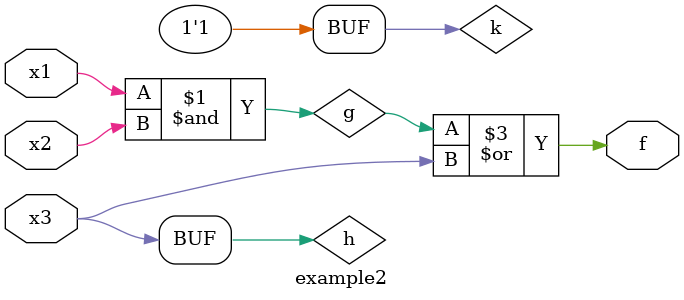
<source format=v>
module example2(x1, x2, x3, f);
input x1, x2, x3;
output f;
and(g, x1, x2);
not(k, 2);
and(h, k, x3);
or(f, g, h);
endmodule
</source>
